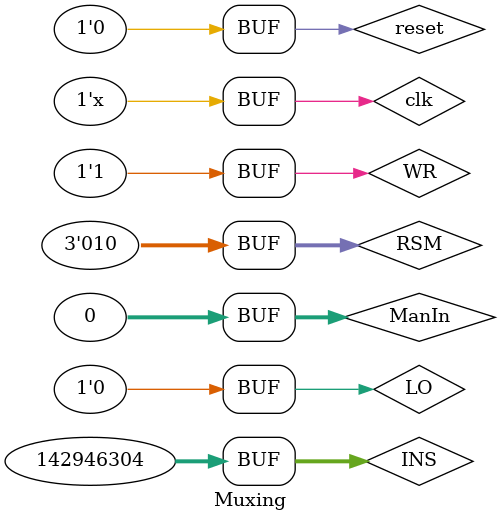
<source format=v>
module Muxing();
reg [31:0]INS,ManIn;
reg [2:0]RSM;
reg WR,reset,clk,LO;
wire OV;
wire [31:0] reg1,reg2,reg3,reg4,reg5,reg6,reg7,reg8;

CPU DUT1 (.INS(INS),.ManIn(ManIn),.LO(LO),.WR(WR),.clk(clk),.reset(reset),.OV(OV),.RSM(RSM),
.reg1(reg1),.reg2(reg2),.reg3(reg3),.reg4(reg4),.reg5(reg5),.reg6(reg6),.reg7(reg7),.reg8(reg8));
initial begin

clk = 1'b1;
reset = 1'b1;
WR=1'b0;RSM=3'b000;LO=1'b0;
ManIn=32'd0;
INS=32'b0;
#50;

reset = 1'b0;
//Initially CPU is in Load mode
#50 WR=1'b1;RSM=3'b000;LO=1'b0;ManIn=32'd51;//Loading 51 in reg0(000) . Lets call this value as 'a'
#50 WR=1'b1;RSM=3'b001;LO=1'b0;ManIn=32'd32;//Loading 32 in reg1(001) . Lets call this value as 'b'
#50 WR=1'b1;RSM=3'b010;LO=1'b0;ManIn=32'd0;// Loading 0 in  reg2(010) . Lets call this value as 's'
#50 WR=1'b1;RSM=3'b010;LO=1'b1;ManIn=32'd0; // Switting to Operating mode
INS=32'b000011_00010_00010_00011_00000_000000; // reg3 = ~reg2 (using NOR)
#20 INS=32'b000001_00000_00011_00100_00000_000000; // reg4 = (reg0 & reg3)
#20 INS=32'b000001_00010_00001_00101_00000_000000; // reg5 = (reg1 & reg2)
#20 INS=32'b000010_00100_00101_00110_00000_000000; // reg6 = (reg4 | reg5)
#20 WR=1'b1;RSM=3'b010;LO=1'b0;ManIn=32'd0;// Changing to load mode 
WR=1'b1;RSM=3'b010;LO=1'b0;ManIn=32'hffffffff;// Loading reg2 with 0xffffffff
#50 WR=1'b1;RSM=3'b010;LO=1'b1;ManIn=32'd0; // Switting to Operating mode
INS=32'b000011_00010_00010_00011_00000_000000; // reg3 = ~reg2 (using NOR)
#20 INS=32'b000001_00000_00011_00100_00000_000000; // reg4 = (reg0 & reg3)
#20 INS=32'b000001_00010_00001_00101_00000_000000; // reg5 = (reg1 & reg2)
#20 INS=32'b000010_00100_00101_00110_00000_000000; // reg6 = (reg4 | reg5)
#20 WR=1'b1;RSM=3'b010;LO=1'b0;ManIn=32'd0;

end

always #10 clk = ~clk;
endmodule
</source>
